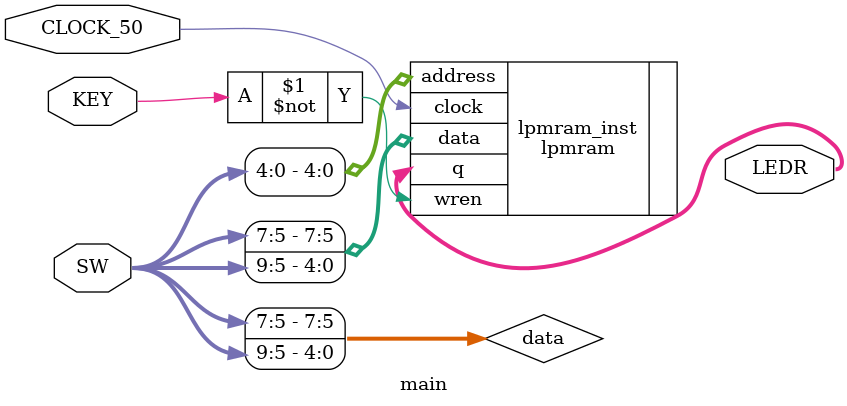
<source format=v>
module main(LEDR, KEY, SW, CLOCK_50);
	output [7:0] LEDR;
	input  [3:3] KEY;
	input  [9:0] SW;
	input  CLOCK_50;
	
	reg   [7:0] data;
	
	lpmram	lpmram_inst (
	.address ( SW[4:0] ),
	.clock ( CLOCK_50 ),
	.data ( data ),
	.wren ( ~KEY ),
	.q ( LEDR )
	);

	always @(*)
		data <= {SW[7:5], SW[9:5]};
endmodule

</source>
